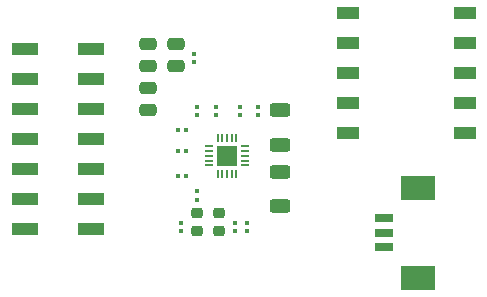
<source format=gbr>
%TF.GenerationSoftware,KiCad,Pcbnew,8.0.4*%
%TF.CreationDate,2024-09-16T16:07:14+01:00*%
%TF.ProjectId,algoritmi_foc,616c676f-7269-4746-9d69-5f666f632e6b,Andr_s Motta*%
%TF.SameCoordinates,Original*%
%TF.FileFunction,Paste,Top*%
%TF.FilePolarity,Positive*%
%FSLAX46Y46*%
G04 Gerber Fmt 4.6, Leading zero omitted, Abs format (unit mm)*
G04 Created by KiCad (PCBNEW 8.0.4) date 2024-09-16 16:07:14*
%MOMM*%
%LPD*%
G01*
G04 APERTURE LIST*
G04 Aperture macros list*
%AMRoundRect*
0 Rectangle with rounded corners*
0 $1 Rounding radius*
0 $2 $3 $4 $5 $6 $7 $8 $9 X,Y pos of 4 corners*
0 Add a 4 corners polygon primitive as box body*
4,1,4,$2,$3,$4,$5,$6,$7,$8,$9,$2,$3,0*
0 Add four circle primitives for the rounded corners*
1,1,$1+$1,$2,$3*
1,1,$1+$1,$4,$5*
1,1,$1+$1,$6,$7*
1,1,$1+$1,$8,$9*
0 Add four rect primitives between the rounded corners*
20,1,$1+$1,$2,$3,$4,$5,0*
20,1,$1+$1,$4,$5,$6,$7,0*
20,1,$1+$1,$6,$7,$8,$9,0*
20,1,$1+$1,$8,$9,$2,$3,0*%
G04 Aperture macros list end*
%ADD10RoundRect,0.218750X0.256250X-0.218750X0.256250X0.218750X-0.256250X0.218750X-0.256250X-0.218750X0*%
%ADD11RoundRect,0.079500X0.100500X-0.079500X0.100500X0.079500X-0.100500X0.079500X-0.100500X-0.079500X0*%
%ADD12RoundRect,0.079500X-0.100500X0.079500X-0.100500X-0.079500X0.100500X-0.079500X0.100500X0.079500X0*%
%ADD13RoundRect,0.250000X0.475000X-0.250000X0.475000X0.250000X-0.475000X0.250000X-0.475000X-0.250000X0*%
%ADD14R,1.905000X1.020000*%
%ADD15RoundRect,0.079500X-0.079500X-0.100500X0.079500X-0.100500X0.079500X0.100500X-0.079500X0.100500X0*%
%ADD16RoundRect,0.250000X0.625000X-0.312500X0.625000X0.312500X-0.625000X0.312500X-0.625000X-0.312500X0*%
%ADD17RoundRect,0.250000X-0.625000X0.312500X-0.625000X-0.312500X0.625000X-0.312500X0.625000X0.312500X0*%
%ADD18R,2.220000X1.020000*%
%ADD19R,1.600000X0.800000*%
%ADD20R,3.000000X2.100000*%
%ADD21R,0.200000X0.800000*%
%ADD22R,0.800000X0.200000*%
%ADD23R,1.800000X1.800000*%
G04 APERTURE END LIST*
D10*
%TO.C,ERROR*%
X100238000Y-89677500D03*
X100238000Y-88102500D03*
%TD*%
D11*
%TO.C,C1*%
X98118000Y-75315000D03*
X98118000Y-74625000D03*
%TD*%
D12*
%TO.C,R6*%
X100038000Y-79140000D03*
X100038000Y-79830000D03*
%TD*%
D13*
%TO.C,C5*%
X96638000Y-75700000D03*
X96638000Y-73800000D03*
%TD*%
D14*
%TO.C,J3*%
X111226000Y-71220000D03*
X111226000Y-73760000D03*
X111226000Y-76300000D03*
X111226000Y-78840000D03*
X111226000Y-81380000D03*
X121050000Y-71220000D03*
X121050000Y-73760000D03*
X121050000Y-76300000D03*
X121050000Y-78840000D03*
X121050000Y-81380000D03*
%TD*%
D12*
%TO.C,R7*%
X98438000Y-79135000D03*
X98438000Y-79825000D03*
%TD*%
D11*
%TO.C,C2*%
X102638000Y-89635000D03*
X102638000Y-88945000D03*
%TD*%
D15*
%TO.C,R10*%
X96753000Y-85000000D03*
X97443000Y-85000000D03*
%TD*%
D10*
%TO.C,STDBY*%
X98438000Y-89677500D03*
X98438000Y-88102500D03*
%TD*%
D12*
%TO.C,R1*%
X97038000Y-88945000D03*
X97038000Y-89635000D03*
%TD*%
%TO.C,C3*%
X98428000Y-86295000D03*
X98428000Y-86985000D03*
%TD*%
D15*
%TO.C,R9*%
X96753000Y-82890000D03*
X97443000Y-82890000D03*
%TD*%
D16*
%TO.C,R3*%
X105438000Y-82352500D03*
X105438000Y-79427500D03*
%TD*%
D13*
%TO.C,C6*%
X94238000Y-75690000D03*
X94238000Y-73790000D03*
%TD*%
D12*
%TO.C,R2*%
X101638000Y-88945000D03*
X101638000Y-89635000D03*
%TD*%
D17*
%TO.C,R4*%
X105438000Y-84627500D03*
X105438000Y-87552500D03*
%TD*%
D12*
%TO.C,C4*%
X103600000Y-79145000D03*
X103600000Y-79835000D03*
%TD*%
D18*
%TO.C,J1*%
X83813000Y-89510000D03*
X89463000Y-89510000D03*
X83813000Y-86970000D03*
X89463000Y-86970000D03*
X83813000Y-84430000D03*
X89463000Y-84430000D03*
X83813000Y-81890000D03*
X89463000Y-81890000D03*
X83813000Y-79350000D03*
X89463000Y-79350000D03*
X83813000Y-76810000D03*
X89463000Y-76810000D03*
X83813000Y-74270000D03*
X89463000Y-74270000D03*
%TD*%
D19*
%TO.C,J2*%
X114198000Y-91040000D03*
X114198000Y-89790000D03*
X114198000Y-88540000D03*
D20*
X117098000Y-93590000D03*
X117098000Y-85990000D03*
%TD*%
D15*
%TO.C,R8*%
X96753000Y-81090000D03*
X97443000Y-81090000D03*
%TD*%
D12*
%TO.C,R5*%
X102000000Y-79145000D03*
X102000000Y-79835000D03*
%TD*%
D13*
%TO.C,C7*%
X94238000Y-79440000D03*
X94238000Y-77540000D03*
%TD*%
D21*
%TO.C,U1*%
X101738000Y-81790000D03*
X101338000Y-81790000D03*
X100938000Y-81790000D03*
X100538000Y-81790000D03*
X100138000Y-81790000D03*
D22*
X99438000Y-82490000D03*
X99438000Y-82890000D03*
X99438000Y-83290000D03*
X99438000Y-83690000D03*
X99438000Y-84090000D03*
D21*
X100138000Y-84790000D03*
X100538000Y-84790000D03*
X100938000Y-84790000D03*
X101338000Y-84790000D03*
X101738000Y-84790000D03*
D22*
X102438000Y-84090000D03*
X102438000Y-83690000D03*
X102438000Y-83290000D03*
X102438000Y-82890000D03*
X102438000Y-82490000D03*
D23*
X100938000Y-83290000D03*
%TD*%
M02*

</source>
